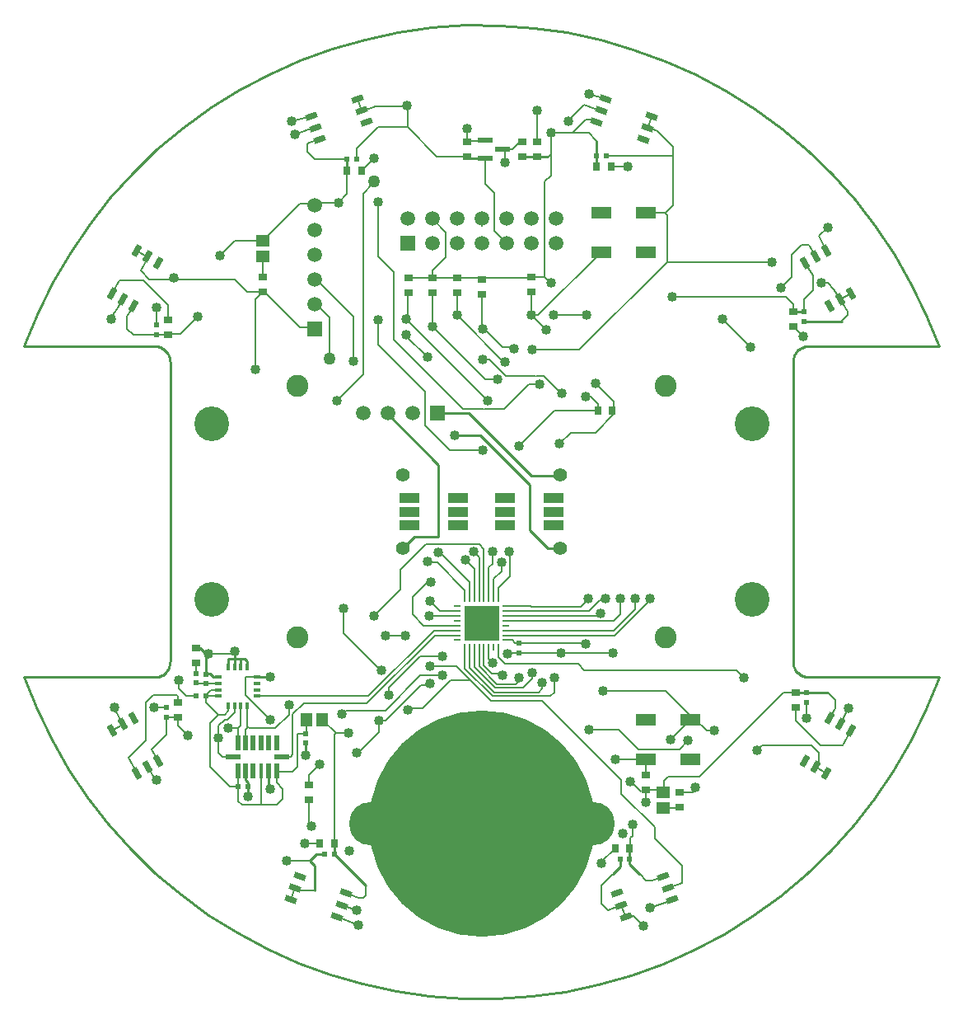
<source format=gtl>
%FSTAX23Y23*%
%MOIN*%
%SFA1B1*%

%IPPOS*%
%AMD25*
4,1,4,-0.022100,-0.014400,-0.001400,-0.026400,0.022100,0.014400,0.001400,0.026400,-0.022100,-0.014400,0.0*
%
%AMD26*
4,1,4,-0.026200,0.003200,-0.018000,-0.019300,0.026200,-0.003200,0.018000,0.019300,-0.026200,0.003200,0.0*
%
%AMD27*
4,1,4,0.018000,-0.019300,0.026200,0.003200,-0.018000,0.019300,-0.026200,-0.003200,0.018000,-0.019300,0.0*
%
%AMD28*
4,1,4,0.001400,-0.026400,0.022100,-0.014400,-0.001400,0.026400,-0.022100,0.014400,0.001400,-0.026400,0.0*
%
%ADD10C,0.010000*%
%ADD11R,0.078700X0.039400*%
%ADD12R,0.027600X0.035400*%
%ADD13R,0.035400X0.027600*%
%ADD14R,0.059100X0.023600*%
%ADD15R,0.055100X0.047200*%
%ADD16O,0.031500X0.009800*%
%ADD17O,0.009800X0.031500*%
%ADD18R,0.141700X0.141700*%
%ADD19R,0.019700X0.023600*%
%ADD20R,0.047200X0.055100*%
%ADD21R,0.023600X0.019700*%
%ADD22R,0.059100X0.019700*%
%ADD23R,0.019700X0.063000*%
%ADD24R,0.015700X0.063000*%
G04~CAMADD=25~9~0.0~0.0~240.0~470.0~0.0~0.0~0~0.0~0.0~0.0~0.0~0~0.0~0.0~0.0~0.0~0~0.0~0.0~0.0~150.0~442.0~527.0*
%ADD25D25*%
G04~CAMADD=26~9~0.0~0.0~240.0~470.0~0.0~0.0~0~0.0~0.0~0.0~0.0~0~0.0~0.0~0.0~0.0~0~0.0~0.0~0.0~110.0~524.0~385.0*
%ADD26D26*%
G04~CAMADD=27~9~0.0~0.0~240.0~470.0~0.0~0.0~0~0.0~0.0~0.0~0.0~0~0.0~0.0~0.0~0.0~0~0.0~0.0~0.0~250.0~524.0~385.0*
%ADD27D27*%
G04~CAMADD=28~9~0.0~0.0~240.0~470.0~0.0~0.0~0~0.0~0.0~0.0~0.0~0~0.0~0.0~0.0~0.0~0~0.0~0.0~0.0~210.0~442.0~527.0*
%ADD28D28*%
%ADD29R,0.031500X0.011800*%
%ADD30R,0.011800X0.031500*%
%ADD31R,0.080000X0.050000*%
%ADD32C,0.008000*%
%ADD33C,0.055100*%
%ADD34R,0.059100X0.059100*%
%ADD35C,0.059100*%
%ADD36R,0.059100X0.059100*%
%ADD37C,0.040000*%
%ADD38C,0.140000*%
%ADD39C,0.050000*%
%ADD40C,0.089000*%
%ADD41C,0.026000*%
%ADD42C,0.915000*%
%ADD43C,0.175000*%
%LNronemotorboard-v8-msp-1*%
%LPD*%
G54D10*
X02677Y03331D02*
D01*
X02681Y03331*
X02685Y03331*
X0269Y03332*
X02694Y03333*
X02698Y03334*
X02702Y03336*
X02706Y03338*
X0271Y0334*
X02714Y03343*
X02717Y03345*
X0272Y03348*
X02723Y03351*
X02726Y03355*
X02729Y03358*
X02731Y03362*
X02733Y03366*
X02735Y0337*
X02736Y03374*
X02738Y03378*
X02739Y03383*
X02739Y03387*
X02739Y03391*
X0274Y03394*
Y04606D02*
D01*
X02739Y0461*
X02739Y04614*
X02738Y04619*
X02737Y04623*
X02736Y04627*
X02734Y04631*
X02732Y04635*
X0273Y04639*
X02727Y04643*
X02725Y04646*
X02722Y04649*
X02719Y04652*
X02715Y04655*
X02712Y04658*
X02708Y0466*
X02704Y04662*
X027Y04664*
X02696Y04665*
X02692Y04667*
X02687Y04668*
X02683Y04668*
X02679Y04668*
X02677Y04669*
X0526Y03394D02*
D01*
X0526Y03389*
X0526Y03385*
X05261Y0338*
X05262Y03376*
X05263Y03372*
X05265Y03368*
X05267Y03364*
X05269Y0336*
X05272Y03356*
X05274Y03353*
X05277Y0335*
X0528Y03347*
X05284Y03344*
X05287Y03341*
X05291Y03339*
X05295Y03337*
X05299Y03335*
X05303Y03334*
X05307Y03332*
X05312Y03331*
X05316Y03331*
X0532Y03331*
X05323Y03331*
Y04669D02*
D01*
X05318Y04668*
X05314Y04668*
X05309Y04667*
X05305Y04666*
X05301Y04665*
X05297Y04663*
X05293Y04661*
X05289Y04659*
X05285Y04656*
X05282Y04654*
X05279Y04651*
X05276Y04648*
X05273Y04644*
X0527Y04641*
X05268Y04637*
X05266Y04633*
X05264Y04629*
X05263Y04625*
X05261Y04621*
X0526Y04616*
X0526Y04612*
X0526Y04608*
X0526Y04606*
X05851Y04669D02*
D01*
X05799Y04796*
X05739Y0492*
X05671Y05039*
X05594Y05153*
X0551Y05261*
X05418Y05364*
X0532Y05459*
X05215Y05548*
X05104Y05629*
X04987Y05702*
X04866Y05767*
X04741Y05823*
X04612Y0587*
X0448Y05908*
X04346Y05937*
X0421Y05956*
X04073Y05966*
X03935Y05967*
X03798Y05957*
X03662Y05939*
X03528Y0591*
X03396Y05873*
X03266Y05826*
X03141Y0577*
X03019Y05706*
X02903Y05634*
X02791Y05553*
X02686Y05465*
X02587Y0537*
X02495Y05268*
X0241Y0516*
X02333Y05046*
X02264Y04927*
X02203Y04804*
X02152Y04677*
X02149Y04669*
Y03331D02*
D01*
X022Y03203*
X0226Y03079*
X02328Y0296*
X02405Y02846*
X02489Y02738*
X02581Y02635*
X02679Y0254*
X02784Y02451*
X02895Y0237*
X03012Y02297*
X03133Y02232*
X03258Y02176*
X03387Y02129*
X03519Y02091*
X03653Y02062*
X03789Y02043*
X03926Y02033*
X04064Y02032*
X04201Y02042*
X04337Y0206*
X04471Y02089*
X04603Y02126*
X04733Y02173*
X04858Y02229*
X0498Y02293*
X05096Y02365*
X05208Y02446*
X05313Y02534*
X05412Y02629*
X05504Y02731*
X05589Y02839*
X05666Y02953*
X05735Y03072*
X05796Y03195*
X05847Y03322*
X05851Y03331*
X05265Y04809D02*
X05305D01*
X04465Y0544D02*
Y05499D01*
X05455Y0477D02*
X05457D01*
X05305D02*
X05455D01*
X0527Y03269D02*
X054D01*
X04599Y02574D02*
Y0264D01*
X0456Y02594D02*
X0456Y02595D01*
X0456Y02565D02*
Y02594D01*
X0453Y02535D02*
X0456Y02565D01*
X03404Y02615D02*
X0353Y02489D01*
X03305Y0259D02*
X03325Y0257D01*
Y0247D02*
Y0257D01*
X0333Y02615D02*
X03365D01*
X03305Y0259D02*
X0333Y02615D01*
X0305Y03371D02*
Y03395D01*
X02885Y03345D02*
Y03425D01*
X03455Y0538D02*
Y05425D01*
X04465Y0544D02*
X04465Y05395D01*
X03055Y0285D02*
Y02905D01*
X03Y03405D02*
X0304D01*
X02974D02*
X03D01*
Y03425*
Y03371D02*
Y03405D01*
X042Y04145D02*
X0432D01*
X03947Y04398D02*
X042Y04145D01*
X03822Y04398D02*
X03947D01*
X0382Y044D02*
X03822Y04398D01*
X0389Y0431D02*
X03995D01*
X04195Y0411*
Y03925D02*
Y0411D01*
Y03925D02*
X04267Y03852D01*
X04319*
X0362Y04395D02*
X03825Y0419D01*
Y039D02*
Y0419D01*
X03728Y039D02*
X03825D01*
X0368Y03852D02*
X03728Y039D01*
X04162Y05434D02*
X04223D01*
X04225Y05435D02*
X04268D01*
X04223Y05434D02*
X04225Y05435D01*
X03289Y03016D02*
Y03064D01*
X03091Y03331D02*
X03146D01*
X02885Y03425D02*
X02895D01*
X03139Y02885D02*
X03145Y0288D01*
X03139Y02885D02*
Y02953D01*
X03045Y02914D02*
X03055Y02905D01*
X03045Y02914D02*
Y02953D01*
X02913Y03331D02*
X02934D01*
X029Y03345D02*
X02913Y03331D01*
X02885Y03345D02*
X029D01*
X03025Y03371D02*
Y03404D01*
X0304Y03405D02*
X0305Y03395D01*
X02974Y03371D02*
Y03405D01*
X02861Y03448D02*
X02885Y03425D01*
X02843Y03448D02*
X02861D01*
X02149Y03331D02*
X02677D01*
X0274Y03394D02*
Y04606D01*
X02149Y04669D02*
X02677D01*
X05323Y03331D02*
X05851D01*
X0526Y03394D02*
Y04606D01*
X05323Y04669D02*
X05851D01*
X03404Y02615D02*
Y02659D01*
X04599Y02574D02*
X04639Y02535D01*
X0394Y05435D02*
X03945Y0543D01*
X03992*
X03997Y05425*
G54D11*
X03905Y04055D03*
X03708D03*
X03905Y04D03*
X03708D03*
Y03944D03*
X03905D03*
X04094D03*
X04291D03*
X04094Y04D03*
X04291D03*
Y04055D03*
X04094D03*
G54D12*
X0447Y0441D03*
X04529D03*
X03514Y0538D03*
X03455D03*
X03345Y0266D03*
X03404D03*
X0454Y0264D03*
X04599D03*
X04524Y05395D03*
X04465D03*
G54D13*
X033Y02894D03*
Y02835D03*
X04165Y05494D03*
Y05435D03*
X04225D03*
Y05494D03*
X0394D03*
Y05435D03*
X04Y0488D03*
Y04939D03*
X039Y04885D03*
Y04944D03*
X038Y04885D03*
Y04944D03*
X03705Y04885D03*
Y04944D03*
X02843Y03448D03*
Y03389D03*
X0273Y04774D03*
Y04715D03*
X0277Y03229D03*
Y0317D03*
X0527Y0321D03*
Y03269D03*
X0526Y0475D03*
Y04809D03*
X03115Y04949D03*
Y0489D03*
X048Y02864D03*
Y02805D03*
X04665Y02875D03*
Y02934D03*
X042Y04949D03*
Y0489D03*
G54D14*
X04085Y05465D03*
X04014Y05427D03*
Y05502D03*
G54D15*
X03115Y05096D03*
Y05033D03*
X04735Y02866D03*
Y02803D03*
G54D16*
X04098Y03481D03*
Y035D03*
Y0352D03*
Y0354D03*
Y03559D03*
Y03579D03*
Y03599D03*
Y03618D03*
X03901D03*
Y03599D03*
Y03579D03*
Y03559D03*
Y0354D03*
Y0352D03*
Y035D03*
Y03481D03*
G54D17*
X04068Y03648D03*
X04049D03*
X04029D03*
X04009D03*
X0399D03*
X0397D03*
X0395D03*
X03931D03*
Y03451D03*
X0395D03*
X0397D03*
X0399D03*
X04009D03*
X04029D03*
X04049D03*
X04068D03*
G54D18*
X04Y0355D03*
G54D19*
X0415Y0343D03*
Y03469D03*
X02883Y03343D03*
Y03304D03*
X02846Y03346D03*
Y03307D03*
X03289Y03103D03*
Y03064D03*
X02685Y04715D03*
Y04754D03*
X02725Y0317D03*
Y03209D03*
X05315Y03269D03*
Y0323D03*
X05305Y04809D03*
Y0477D03*
G54D20*
X03292Y03159D03*
X03355D03*
G54D21*
X02884Y03255D03*
X02845D03*
X03014Y0289D03*
X03053D03*
X03455Y05425D03*
X03494D03*
X03404Y02615D03*
X03365D03*
X04599Y02595D03*
X0456D03*
X04465Y0544D03*
X04504D03*
G54D22*
X0319Y03009D03*
X02994D03*
G54D23*
X03013Y02953D03*
X03045D03*
X03076D03*
X03139D03*
X03171D03*
X03013Y03064D03*
X03045D03*
X03076D03*
X03108D03*
X03139D03*
X03171D03*
G54D24*
X03108Y02953D03*
G54D25*
X02692Y05006D03*
X02592Y04833D03*
X02549Y04858D03*
X02505Y04883D03*
X02649Y05031D03*
X02605Y05056D03*
X05307Y02993D03*
X05407Y03166D03*
X05451Y03141D03*
X05494Y03116D03*
X05351Y02968D03*
X05394Y02943D03*
G54D26*
X03533Y05575D03*
X03345Y05506D03*
X03328Y05553D03*
X0331Y056D03*
X03516Y05622D03*
X03498Y05669D03*
X04548Y02457D03*
X04736Y02526D03*
X04754Y02479D03*
X04771Y02432D03*
X04566Y0241D03*
X04583Y02363D03*
G54D27*
X03263Y02526D03*
X03451Y02457D03*
X03434Y0241D03*
X03416Y02363D03*
X03246Y02479D03*
X03228Y02432D03*
X04654Y05506D03*
X04466Y05575D03*
X04484Y05622D03*
X04501Y05669D03*
X04672Y05553D03*
X04689Y056D03*
G54D28*
X02592Y03166D03*
X02692Y02993D03*
X02649Y02968D03*
X02605Y02943D03*
X02549Y03141D03*
X02505Y03116D03*
X05407Y04833D03*
X05307Y05006D03*
X05351Y05031D03*
X05394Y05056D03*
X05451Y04858D03*
X05494Y04883D03*
G54D29*
X02934Y03254D03*
Y0328D03*
Y03305D03*
Y03331D03*
X03091D03*
Y03305D03*
Y0328D03*
Y03254D03*
G54D30*
X02974Y03371D03*
X03D03*
X03025D03*
X03051D03*
Y03214D03*
X03025D03*
X03D03*
X02974D03*
G54D31*
X04845Y0316D03*
Y03D03*
X04665Y0316D03*
Y03D03*
X04663Y0521D03*
Y0505D03*
X04483Y0521D03*
Y0505D03*
G54D32*
X04582Y02365D02*
X04615D01*
X0458D02*
X04582D01*
X04565Y0241D02*
X04582Y02365D01*
X04582Y02365*
X04583Y02363*
X04615Y02365D02*
X04655Y02325D01*
X0456Y02595D02*
X04566Y026D01*
X0376Y03205D02*
X03875Y0332D01*
X03715Y03205D02*
X0376D01*
X0371Y032D02*
X03715Y03205D01*
X03875Y0332D02*
X03955D01*
X03754Y033D02*
X0379D01*
X03668Y03213D02*
X03754Y033D01*
X03668Y03213D02*
Y03213D01*
X0361Y03155D02*
X03668Y03213D01*
X037Y032D02*
X0371D01*
X03585Y03155D02*
X0361D01*
X03899Y03375D02*
X04039Y03235D01*
X033Y02935D02*
X03345Y0298D01*
X033Y02894D02*
Y02935D01*
Y0274D02*
Y02835D01*
Y0274D02*
X0331Y0273D01*
X0442Y04465D02*
X0444D01*
X0447Y04435*
Y0441D02*
Y04435D01*
Y0441D02*
X0447Y0441D01*
X0429Y04795D02*
X04425D01*
X04Y05155D02*
Y05185D01*
X05375Y04925D02*
X054D01*
X05425Y049*
X05451Y04858*
X05255Y0495D02*
Y0504D01*
X05215Y0491D02*
X05255Y0495D01*
X0521Y0491D02*
X05215D01*
X0521Y04895D02*
Y0491D01*
X05305Y04805D02*
Y0486D01*
X0534Y04895*
Y04955*
X05307Y05006D02*
X0534Y04955D01*
X05255Y0504D02*
X05295Y0508D01*
X05325*
X05351Y05031*
X05365Y05115D02*
X054Y0515D01*
X05365Y05115D02*
X05394Y05056D01*
X05395Y05055*
X052Y0487D02*
X05205D01*
X0477D02*
X052D01*
X0523*
X0526Y0484*
Y04809D02*
Y0484D01*
X0548Y04795D02*
Y0481D01*
X05455Y0477D02*
X0548Y04795D01*
X05455Y0477D02*
X05455Y0477D01*
X0545Y0486D02*
X05494Y04883D01*
X0545Y0486D02*
X0545Y0486D01*
X0545Y0486D02*
X05451Y04858D01*
X0548Y0481*
X0526Y0327D02*
X05265Y03275D01*
X0522Y0327D02*
X0526D01*
X0488Y0293D02*
X0522Y0327D01*
X04755Y0293D02*
X0488D01*
X0537Y03055D02*
X0546D01*
X0527Y03155D02*
X0537Y03055D01*
X0527Y03155D02*
Y0321D01*
X04855Y0317D02*
X0491Y03115D01*
X05315Y03165D02*
Y0323D01*
X0546Y03055D02*
X05495Y03115D01*
X0545Y03141D02*
X05485Y03205D01*
X0545Y0314D02*
X0545Y03141D01*
X054Y03269D02*
X0543Y0324D01*
Y03205D02*
Y0324D01*
X05407Y03166D02*
X0543Y03205D01*
X05335Y03055D02*
X05365Y03025D01*
Y02985D02*
Y03025D01*
X0535Y0297D02*
X05365Y02985D01*
X05135Y03055D02*
X05335D01*
X05351Y02969D02*
X05394Y02943D01*
X0535Y0297D02*
X05351Y02969D01*
X05115Y03035D02*
X05135Y03055D01*
X0468Y024D02*
X0477Y0243D01*
X0464Y02535D02*
X04665Y0251D01*
X0469*
X04736Y02526*
X04755Y0248D02*
X0481Y025D01*
Y0257*
X047Y0268D02*
X0481Y0257D01*
X04485Y0249D02*
X0453Y02535D01*
X04485Y02415D02*
Y0249D01*
Y02415D02*
X0451Y0239D01*
X04565Y0241*
X03425Y0236D02*
X035Y0233D01*
X0353Y0245D02*
Y02489D01*
X0352Y0244D02*
X0353Y0245D01*
X035Y0244D02*
X0352D01*
X03451Y02457D02*
X035Y0244D01*
X03434Y0241D02*
X03495Y0239D01*
X0321Y0259D02*
X03305D01*
X03255Y0247D02*
X03325D01*
X03245Y0248D02*
X03255Y0247D01*
X03244Y02479D02*
X03245Y0248D01*
X03228Y02432D02*
X03244Y02479D01*
X02725Y031D02*
Y0317D01*
X02665Y0304D02*
X02725Y031D01*
X02665Y0304D02*
X02692Y02993D01*
X03752Y03337D02*
X03842D01*
X0268Y02915D02*
X02685D01*
X02649Y02968D02*
X0268Y02915D01*
X0257Y03005D02*
X02605Y02945D01*
X0257Y03005D02*
X0264Y03075D01*
Y0323*
X0267Y0326*
X0299Y03425D02*
X03Y03435D01*
X0251Y0321D02*
X02549Y03141D01*
X0255Y0314*
X02549Y03139D02*
X0255Y0314D01*
X02505Y03116D02*
X02549Y03139D01*
X03Y0494D02*
X0305Y0489D01*
X02656Y0494D02*
X03D01*
X02655Y0494D02*
X02656Y0494D01*
X02654Y0494D02*
X02655D01*
X0262Y04975D02*
X02654Y0494D01*
X0262Y04975D02*
X0265Y0503D01*
X02685Y04754D02*
Y04825D01*
X0259Y04715D02*
X0273D01*
X02565Y0474D02*
X0259Y04715D01*
X02565Y0474D02*
Y0479D01*
X02523Y0482D02*
X02549Y04858D01*
X02497Y04781D02*
X02523Y0482D01*
X0263Y04935D02*
X0273Y04835D01*
X02535Y04935D02*
X0263D01*
X02505Y04883D02*
X02535Y04935D01*
X02565Y0479D02*
X02592Y04833D01*
X02648Y0503D02*
X0265Y0503D01*
X02605Y05056D02*
X02648Y0503D01*
X03295Y0549D02*
X0334Y05505D01*
X03295Y05455D02*
Y0549D01*
Y05455D02*
X03325Y05425D01*
X03455*
X0323Y0558D02*
X0331Y056D01*
X0357Y0564D02*
X037D01*
X03516Y0562D02*
X0357Y0564D01*
X03495Y05425D02*
Y0547D01*
X0358Y05555*
X037*
X03515Y0562D02*
X03516Y0562D01*
X03498Y05669D02*
X03514Y05621D01*
X03515Y0562*
X03327Y05554D02*
X0333Y05555D01*
X03245Y05525D02*
X03327Y05554D01*
X04775Y0524D02*
Y05475D01*
X0474Y0521D02*
X0475Y052D01*
X0474Y0521D02*
X04745D01*
X04663D02*
X0474D01*
X0465D02*
X04663D01*
X04504Y0544D02*
X04775D01*
X0459Y05395D02*
D01*
X04524D02*
X0459D01*
X04455Y05585D02*
X04465Y05575D01*
X0442Y05585D02*
X04455D01*
X04367Y05532D02*
X0442Y05585D01*
X0475Y0501D02*
Y052D01*
X04745Y0521D02*
X04775Y0524D01*
X0471Y0554D02*
X04775Y05475D01*
X04675Y05555D02*
X0471Y0554D01*
X04675Y05555D02*
X04689Y056D01*
X04435Y0569D02*
X045Y0567D01*
X04433Y05532D02*
X04465Y05499D01*
X04367Y05532D02*
X04433D01*
X0428D02*
X04367D01*
X0467Y03632D02*
Y0365D01*
X04483Y0562D02*
X04485Y0562D01*
X04415Y05645D02*
X04483Y0562D01*
X04351Y05581D02*
X04415Y05645D01*
X04351Y05579D02*
Y05581D01*
X0428Y05359D02*
Y05445D01*
X0427Y05435D02*
X0428Y05445D01*
Y05532*
X0475Y0501D02*
X05175D01*
X04279Y03254D02*
X04295Y0327D01*
X03931Y03366D02*
X04043Y03254D01*
X04279*
X0423Y0327D02*
X04245Y03285D01*
X0405Y0327D02*
X0423D01*
X0395Y0337D02*
X0405Y0327D01*
X04245Y03235D02*
X04565Y02915D01*
X04039Y03235D02*
X04245D01*
X03228Y03009D02*
X03236Y03017D01*
Y03181*
X0328Y03225*
X0322Y0318D02*
Y03215D01*
X03165Y03125D02*
X0322Y0318D01*
X0306Y03125D02*
X03165D01*
X03055Y0313D02*
X0306Y03125D01*
X0322Y03215D02*
X03225Y0322D01*
X03051Y03133D02*
X03055Y0313D01*
X03045Y0312D02*
X03055Y0313D01*
X03051Y03133D02*
Y03214D01*
X03045Y03064D02*
Y0312D01*
X0383Y03835D02*
X0395Y03714D01*
Y03648D02*
Y03714D01*
X04135Y0347D02*
X0441D01*
X04123Y03481D02*
X04135Y0347D01*
X04098Y03481D02*
X04123D01*
X0379Y033D02*
Y03305D01*
X0361Y03195D02*
X03752Y03337D01*
X0345Y03195D02*
X0361D01*
X03625Y0329D02*
X0375Y03415D01*
X03625Y03265D02*
Y0329D01*
Y03265D02*
X0363Y0326D01*
X03625D02*
X0363D01*
X0375Y03415D02*
X0384D01*
X03931Y03366D02*
Y03451D01*
X0379Y03375D02*
X03899D01*
X03807Y0352D02*
X03901D01*
X03542Y03255D02*
X03807Y0352D01*
X03092Y03255D02*
X03542D01*
X0381Y035D02*
X03901D01*
X03535Y03225D02*
X0381Y035D01*
X03525Y03225D02*
X03535D01*
X0344Y0351D02*
X03595Y03355D01*
X0352Y05285D02*
X03559Y05324D01*
Y05333*
X03855Y0503D02*
Y0513D01*
X038Y04975D02*
X03855Y0503D01*
X04635Y0304D02*
X048D01*
X0449Y03275D02*
X04745D01*
X04415Y0336D02*
X0503D01*
X04395Y04655D02*
X0475Y0501D01*
X04205Y04655D02*
X04395D01*
X04737Y02887D02*
Y02912D01*
X04725Y02875D02*
X04737Y02887D01*
X04665Y02875D02*
X04725D01*
X04737Y02912D02*
X04755Y0293D01*
X0461Y0269D02*
Y02735D01*
X04602Y02682D02*
X0461Y0269D01*
X04602Y02642D02*
Y02682D01*
X04599Y0264D02*
X04602Y02642D01*
X03495Y0302D02*
X03585Y0311D01*
X04745Y03275D02*
X0485Y0317D01*
X03091Y03254D02*
X03092Y03255D01*
X02775Y03285D02*
Y0332D01*
Y03285D02*
X02805Y03255D01*
X02845*
X0277Y03229D02*
Y03255D01*
X02765Y0326D02*
X0277Y03255D01*
X0267Y0326D02*
X02765D01*
X03573Y03588D02*
X0367Y03685D01*
Y03765*
X03764Y0354D02*
X03901D01*
X0372Y03585D02*
X03764Y0354D01*
X0372Y03585D02*
Y03655D01*
X0378Y03715*
X0383Y03599D02*
X03901D01*
X038Y0363D02*
X0383Y03599D01*
X0379Y0363D02*
X038D01*
X0379D02*
Y0364D01*
X037Y05555D02*
Y0564D01*
Y05555D02*
X03819Y05435D01*
X0394*
X04255Y05334D02*
X0428Y05359D01*
X04255Y04949D02*
Y05334D01*
X03355Y03159D02*
X0341Y03105D01*
X03404Y03099D02*
X0341Y03105D01*
X03404Y0266D02*
Y03099D01*
X03495Y0302D02*
Y03025D01*
X0384Y0341D02*
Y03415D01*
X04138Y03303D02*
X0415Y03315D01*
X04062Y03303D02*
X04138D01*
X0399Y03375D02*
X04062Y03303D01*
X04167Y03287D02*
X04205Y03325D01*
X04055Y03287D02*
X04167D01*
X0397Y03372D02*
X04055Y03287D01*
X038Y04944D02*
Y04975D01*
Y04944D02*
D01*
X03705D02*
X03794D01*
X038D02*
X039D01*
X038Y05185D02*
X03855Y0513D01*
X03585Y0311D02*
Y03155D01*
X0344Y03185D02*
X0345Y03195D01*
X03046Y03258D02*
X03145Y03159D01*
X03046Y03065D02*
X0305Y03069D01*
X03046Y03258D02*
Y03331D01*
X03091*
X03225Y0322D02*
X03235D01*
X02895Y03425D02*
X0299D01*
X03115Y04895D02*
X03265Y04745D01*
X03325*
X03114Y0489D02*
X03115Y0489D01*
X03085Y0486D02*
X03114Y0489D01*
X03115*
X0305D02*
X03114D01*
X03085Y04575D02*
Y0486D01*
X04145Y0343D02*
X0432D01*
X04605Y0291D02*
X04645Y0287D01*
X046Y0291D02*
X04605D01*
X0432Y0343D02*
X0453D01*
X04854Y02864D02*
X0487Y0288D01*
X03775Y03795D02*
X0382D01*
X04555Y0312D02*
X04635Y0304D01*
X04435Y0312D02*
X04555D01*
X0344Y0351D02*
Y0361D01*
X0382Y03795D02*
X03931Y03683D01*
Y03648D02*
Y03683D01*
X0439Y03385D02*
X04415Y0336D01*
X04095Y03385D02*
X0439D01*
X0503Y0336D02*
X0506Y0333D01*
X04077Y03403D02*
X04095Y03385D01*
X04245Y03285D02*
Y03305D01*
X0415Y03315D02*
Y0333D01*
X048Y0304D02*
X04835Y03075D01*
X04865Y02885D02*
X0487Y0288D01*
X048Y02864D02*
X04854D01*
X04765Y0308D02*
X04845Y0316D01*
X04665Y02825D02*
Y02865D01*
X0441Y0347D02*
X0441D01*
X0441D02*
X04415Y03465D01*
X04845Y03165D02*
X0485Y0317D01*
X0491Y03115D02*
X0494D01*
X0467Y05215D02*
X04671Y05219D01*
X0467Y05215D02*
Y0522D01*
X0405Y05135D02*
X041Y05085D01*
X0405Y05135D02*
Y0529D01*
X04014Y05325D02*
X0405Y0529D01*
X04014Y05325D02*
Y05427D01*
X02725Y0317D02*
X0277Y0317D01*
Y03135D02*
X0281Y03095D01*
X0277Y03135D02*
Y0317D01*
X0341Y03105D02*
X0346D01*
X04145Y0343D02*
X0415D01*
X0411D02*
X04145D01*
X04315Y04275D02*
X0436Y0432D01*
X0446*
X04534Y04394*
Y0441*
X04204Y04949D02*
X04205Y0495D01*
X04199Y04944D02*
X04204Y04949D01*
X04255*
X042D02*
X04204D01*
X039Y04944D02*
X04199D01*
X04535Y04425D02*
Y04445D01*
X0446Y0452D02*
X04535Y04445D01*
X04255Y04949D02*
X0428Y04925D01*
X0342Y0525D02*
X03455Y05285D01*
Y0538*
X03263Y05245D02*
X03325D01*
X03335Y0525D02*
X0342D01*
X03325Y0524D02*
X03335Y0525D01*
X04042Y03345D02*
X04085D01*
X04295Y0441D02*
X04465D01*
X0415Y04265D02*
X04295Y0441D01*
X03695Y0471D02*
Y04715D01*
Y0471D02*
X0378Y04625D01*
X0352Y04555D02*
Y05285D01*
X03415Y0445D02*
X0352Y04555D01*
X04115Y0374D02*
Y0384D01*
X0358Y04675D02*
Y04775D01*
Y04675D02*
X0377Y04485D01*
Y0435D02*
Y04485D01*
Y0435D02*
X0387Y0425D01*
X04005*
X03325Y0484D02*
X0333D01*
X03385Y04785*
Y0462D02*
Y04785D01*
X0333Y0494D02*
X0348Y0479D01*
Y0461D02*
Y0479D01*
X0409Y04415D02*
X0419Y04515D01*
X04041Y04415D02*
X0409D01*
X0401D02*
X0404D01*
X03925D02*
X04008D01*
X03645Y04695D02*
X03925Y04415D01*
X02735Y0472D02*
X0278D01*
X0285Y0479*
X0294Y05035D02*
X03001Y05096D01*
X03115*
Y04955D02*
Y05033D01*
Y05096D02*
X03263Y05245D01*
X0422Y0455D02*
X0425D01*
X0403Y04615D02*
X04097Y0455D01*
X04005Y04615D02*
X0403D01*
X04097Y0455D02*
X04218D01*
X0425D02*
X0432Y0448D01*
X04325*
X042Y04795D02*
X04228D01*
X04195D02*
X042D01*
X0426Y04735*
X04228Y04795D02*
X04483Y0505D01*
X0419Y04515D02*
X04235D01*
X04085Y04665D02*
X04125D01*
X04Y0475D02*
X04085Y04665D01*
X04Y0475D02*
Y0488D01*
X04015Y04535D02*
X0407D01*
X038Y0475D02*
X04015Y04535D01*
X038Y0476D02*
Y04885D01*
X042Y04795D02*
Y0489D01*
X04285Y0334D02*
X04295Y0333D01*
Y0327D02*
Y0333D01*
X039Y04795D02*
X04095Y046D01*
X039Y048D02*
Y04885D01*
X04205Y0335D02*
Y0336D01*
Y03325D02*
Y0335D01*
X03695Y0478D02*
X04025Y0445D01*
X037Y04775D02*
Y0488D01*
X03705Y04885*
X042Y05095D02*
D01*
X03015Y0283D02*
Y0289D01*
X02935Y0318D02*
X0296D01*
X029Y0297D02*
Y03145D01*
X02935Y0318*
X029Y0297D02*
X0298Y0289D01*
X03014*
X04068Y03411D02*
X04077Y03403D01*
X04068Y03411D02*
Y03451D01*
X04533Y03558D02*
X0456Y03585D01*
X04466Y03558D02*
X04533D01*
X04464Y0356D02*
X04466Y03558D01*
X04207Y0356D02*
X04464D01*
X04207Y03559D02*
X04207Y0356D01*
X04535Y0352D02*
X0462Y03605D01*
X04098Y0352D02*
X04535D01*
X04537Y035D02*
X0467Y03632D01*
X04099Y035D02*
X04537D01*
X04098Y035D02*
X04099Y035D01*
X04098Y0352D02*
X04098Y0352D01*
X04009Y03378D02*
X04042Y03345D01*
X04973Y0478D02*
X05089Y04664D01*
X0358Y05032D02*
Y05251D01*
Y05032D02*
X03643Y04968D01*
Y04695D02*
Y04968D01*
X04096Y05465D02*
X04126D01*
X04085D02*
X04096D01*
Y05467*
X04225Y05494D02*
Y05623D01*
X04126Y05465D02*
X04155Y05494D01*
X0394Y05494D02*
Y05549D01*
X03941Y05499D02*
X04011D01*
X04014Y05502*
X03025Y03135D02*
Y03214D01*
X03015Y03125D02*
X03025Y03135D01*
X03Y0319D02*
Y03214D01*
X0297Y0316D02*
X03Y0319D01*
X02974Y03194D02*
Y03214D01*
X0296Y0318D02*
X02974Y03194D01*
X02885Y0323D02*
X02935Y0318D01*
X03013Y03123D02*
X03015Y03125D01*
X03013Y03064D02*
Y03123D01*
X02935Y03025D02*
Y03085D01*
Y03025D02*
X0295Y03009D01*
X02994*
X0319D02*
X03228D01*
X0317Y0295D02*
X03235D01*
X03256Y03103D02*
X03289D01*
X03235Y0295D02*
X03255Y0297D01*
Y03102*
X03256Y03103*
X0329Y03104D02*
Y03155D01*
X03289Y03103D02*
X0329Y03104D01*
X0303Y02815D02*
X0317D01*
X03108Y02816D02*
Y02953D01*
X0317Y02905D02*
Y0295D01*
Y02905D02*
X03195Y0288D01*
Y0284D02*
Y0288D01*
X0317Y02815D02*
X03195Y0284D01*
X03015Y0283D02*
X0303Y02815D01*
X03013Y02891D02*
Y02953D01*
X02885Y0323D02*
Y03255D01*
X0289Y03254D02*
X02934D01*
X02885Y0326D02*
X02905Y0328D01*
X02934*
X02845Y03305D02*
X029D01*
X0291*
X02846Y03346D02*
Y03389D01*
X0291Y03305D02*
X02934D01*
X03325Y0266D02*
X03345D01*
X03285D02*
X03345D01*
X03285D02*
D01*
X02726Y04778D02*
X0273Y04774D01*
Y04835*
X03514Y0538D02*
X03564Y05429D01*
X0526Y0475D02*
X05301Y04709D01*
X04486Y02585D02*
X0454Y0264D01*
X04486Y02578D02*
Y02585D01*
X04096Y05411D02*
Y05465D01*
X03464Y0263D02*
X03465Y02629D01*
X0454Y03D02*
X04665D01*
Y02945D02*
Y03D01*
Y02945D02*
X0467Y0294D01*
X04735Y02803D02*
X04798D01*
X048Y02805*
X0397Y03648D02*
Y03769D01*
X03935Y03805D02*
X0397Y03769D01*
X0399Y03648D02*
Y03814D01*
X03969Y03835D02*
X0399Y03814D01*
X03969Y03835D02*
Y03838D01*
X04029Y03648D02*
Y03774D01*
X04049Y03648D02*
Y03729D01*
X0297Y03125D02*
X02975D01*
X03015*
X04068Y03648D02*
Y03693D01*
X03825Y03835D02*
X0383D01*
X04098Y03599D02*
X04165D01*
X04098Y03559D02*
X04207D01*
X04492Y03642D02*
X045Y0365D01*
X05055Y03325D02*
X0506Y0333D01*
X04098Y03618D02*
X04198D01*
X0443Y03645D02*
Y0365D01*
X0367Y03765D02*
X03775Y0387D01*
X0399*
X04009Y03648D02*
Y0385D01*
X0399Y0387D02*
X04009Y0385D01*
X0408Y03795D02*
X04095D01*
X04029Y03774D02*
X04045Y0379D01*
Y0384*
X04049Y03729D02*
X0408Y0376D01*
Y0378*
X04095Y03795*
X04068Y03693D02*
X04115Y0374D01*
X0411Y0384D02*
X04115D01*
X04029Y03405D02*
Y03451D01*
X0395Y0345D02*
X0395Y03451D01*
X0397Y03451D02*
X0397Y03451D01*
X0395Y0337D02*
Y0345D01*
X0397Y03372D02*
Y03451D01*
X0399Y03375D02*
Y03451D01*
X04009Y03378D02*
Y03451D01*
X0328Y03225D02*
X03525D01*
X03528*
X0378Y03715D02*
X03795D01*
X03789Y03579D02*
X03901D01*
X0277Y0317D02*
D01*
X02675Y0321D02*
X02675Y0321D01*
X02725*
X04477Y03642D02*
X04492D01*
X0462Y03605D02*
Y0365D01*
X0456Y03585D02*
Y0365D01*
X04198Y03618D02*
X04202Y03615D01*
X044*
X0443Y03645*
X04196Y03599D02*
X04434D01*
X04477Y03642*
X0447Y0358D02*
X0448Y0359D01*
X041Y0358D02*
X0447D01*
X04165Y03599D02*
X04166Y036D01*
X04195*
X04196Y03599*
X04565Y0286D02*
Y02915D01*
Y0286D02*
X047Y02725D01*
Y0268D02*
Y02725D01*
X02935Y0309D02*
Y03135D01*
X0296Y0316*
X0297*
X0361Y035D02*
X0369D01*
G54D33*
X0368Y03852D03*
Y04147D03*
X04319D03*
Y03852D03*
G54D34*
X037Y05085D03*
X0382Y044D03*
G54D35*
X037Y05185D03*
X038Y05085D03*
Y05185D03*
X039Y05085D03*
Y05185D03*
X04Y05085D03*
Y05185D03*
X041Y05085D03*
Y05185D03*
X042Y05085D03*
Y05185D03*
X043Y05085D03*
Y05185D03*
X03325Y0484D03*
Y0494D03*
Y0504D03*
Y0514D03*
Y0524D03*
X0372Y044D03*
X0362D03*
X0352D03*
G54D36*
X03325Y0474D03*
G54D37*
X04655Y02325D03*
X037Y032D03*
X03345Y0298D03*
X0331Y0273D03*
X0442Y04465D03*
X04425Y04795D03*
X0429D03*
X05175Y0501D03*
X05375Y04925D03*
X0521Y04905D03*
X054Y0515D03*
X05315Y03165D03*
X05485Y03205D03*
X0468Y024D03*
X035Y0233D03*
X03495Y0239D03*
X02515Y0321D03*
X02685Y02915D03*
X02755Y04945D03*
X02685Y04825D03*
X025Y0478D03*
X0323Y0558D03*
X03245Y05525D03*
X0459Y05395D03*
X04435Y0569D03*
X0379Y03305D03*
X03625Y0326D03*
X0384Y0334D03*
X0379Y03375D03*
X03595Y0336D03*
X0449Y03275D03*
X02775Y0332D03*
X03565Y0358D03*
X0379Y0364D03*
X03495Y03025D03*
X0384Y03415D03*
X03585Y03155D03*
X03145Y03159D03*
X0322Y0322D03*
X03085Y04575D03*
X0321Y0259D03*
X046Y0291D03*
X0453Y0343D03*
X04435Y0312D03*
X0344Y0361D03*
X0378Y038D03*
X04205Y0335D03*
X0415Y0333D03*
X04245Y0331D03*
X04835Y03075D03*
X04865Y02885D03*
X0457Y027D03*
X04765Y0308D03*
X04665Y02825D03*
X0461Y02735D03*
X0494Y03115D03*
X05115Y03035D03*
X04205Y04655D03*
X0281Y03095D03*
X0346Y03105D03*
X0432Y0343D03*
X04315Y04275D03*
X0477Y0487D03*
X0446Y0452D03*
X0428Y04925D03*
X0342Y0525D03*
X0389Y0431D03*
X0415Y04265D03*
X0411Y0384D03*
X03695Y04715D03*
X0378Y04625D03*
X0358Y04775D03*
X04005Y0425D03*
X0348Y0461D03*
X0285Y0479D03*
X0294Y05035D03*
X04325Y0448D03*
X04005Y04615D03*
X04235Y04515D03*
X04005Y0474D03*
X039Y04795D03*
X0426Y04735D03*
X042Y04795D03*
X0413Y0466D03*
X04095Y04605D03*
X04065Y04535D03*
X038Y0475D03*
X04025Y0445D03*
X03695Y0478D03*
X04105Y03425D03*
X04295Y0333D03*
X04085Y0334D03*
X04351Y05579D03*
X04973Y0478D03*
X05089Y04664D03*
X0358Y05251D03*
X03436Y03183D03*
X04096Y05411D03*
X03415Y0445D03*
X0428Y05532D03*
X04225Y05623D03*
X03698Y05642D03*
X0394Y05549D03*
X02975Y03125D03*
X02935Y03085D03*
X03289Y03016D03*
X03146Y03331D03*
X03Y03434D03*
X02895Y03425D03*
X03055Y0285D03*
X03145Y0288D03*
X03285Y0266D03*
X03564Y05429D03*
X05301Y04709D03*
X04486Y02578D03*
X03465Y02629D03*
X0454Y03D03*
X03935Y03805D03*
X0369Y035D03*
X03825Y03835D03*
X0468Y0365D03*
X0462D03*
X0456D03*
X0506Y0333D03*
X045Y0365D03*
X0443D03*
X0448Y0359D03*
X03969Y03838D03*
X04045Y0384D03*
X0408Y03795D03*
X04045Y0339D03*
X0442Y03465D03*
X03795Y03715D03*
X03789Y03579D03*
X02675Y0321D03*
X0361Y035D03*
G54D38*
X02907Y04354D03*
Y03646D03*
X05093D03*
Y04354D03*
G54D39*
X03385Y0462D03*
X03566Y05335D03*
G54D40*
X05093Y03646D03*
X04745Y03492D03*
X03255D03*
X02907Y03646D03*
X05093Y04354D03*
X02907D03*
X04745Y04508D03*
X03255D03*
G54D41*
X04047Y03502D03*
X04D03*
X03952D03*
X04047Y0355D03*
X04D03*
X03952D03*
X04047Y03597D03*
X04D03*
X03952D03*
G54D42*
X04Y0274D03*
G54D43*
X0355Y0274D03*
X0445D03*
M02*
</source>
